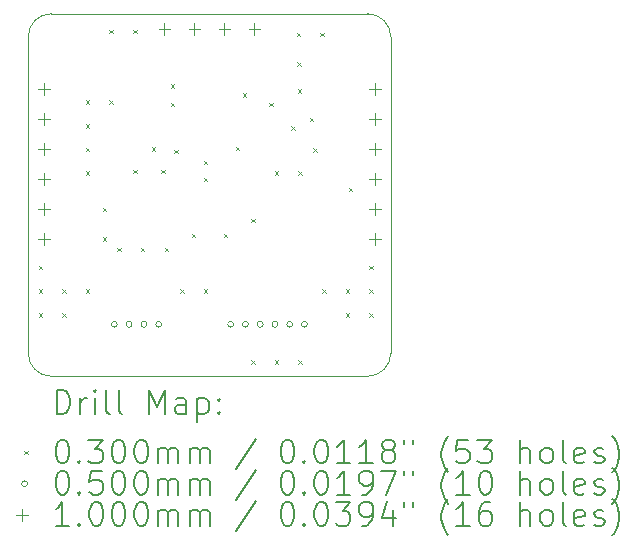
<source format=gbr>
%TF.GenerationSoftware,KiCad,Pcbnew,7.0.1*%
%TF.CreationDate,2023-07-20T02:47:48+02:00*%
%TF.ProjectId,imu_9_axis,696d755f-395f-4617-9869-732e6b696361,rev?*%
%TF.SameCoordinates,Original*%
%TF.FileFunction,Drillmap*%
%TF.FilePolarity,Positive*%
%FSLAX45Y45*%
G04 Gerber Fmt 4.5, Leading zero omitted, Abs format (unit mm)*
G04 Created by KiCad (PCBNEW 7.0.1) date 2023-07-20 02:47:48*
%MOMM*%
%LPD*%
G01*
G04 APERTURE LIST*
%ADD10C,0.100000*%
%ADD11C,0.200000*%
%ADD12C,0.030000*%
%ADD13C,0.050000*%
G04 APERTURE END LIST*
D10*
X12256023Y-4402500D02*
X14933977Y-4402500D01*
X14933977Y-7472500D02*
X12256023Y-7472500D01*
X12060000Y-7276477D02*
X12060000Y-4598523D01*
X15130000Y-4598523D02*
X15130000Y-7276477D01*
X12060000Y-7276477D02*
G75*
G03*
X12256023Y-7472500I196020J-3D01*
G01*
X14933977Y-7472500D02*
G75*
G03*
X15130000Y-7276477I3J196020D01*
G01*
X12256023Y-4402500D02*
G75*
G03*
X12060000Y-4598523I-3J-196020D01*
G01*
X15130000Y-4598523D02*
G75*
G03*
X14933977Y-4402500I-196020J3D01*
G01*
D11*
D12*
X12148016Y-6537000D02*
X12178016Y-6567000D01*
X12178016Y-6537000D02*
X12148016Y-6567000D01*
X12148016Y-6737000D02*
X12178016Y-6767000D01*
X12178016Y-6737000D02*
X12148016Y-6767000D01*
X12148016Y-6937000D02*
X12178016Y-6967000D01*
X12178016Y-6937000D02*
X12148016Y-6967000D01*
X12348016Y-6737000D02*
X12378016Y-6767000D01*
X12378016Y-6737000D02*
X12348016Y-6767000D01*
X12348016Y-6937000D02*
X12378016Y-6967000D01*
X12378016Y-6937000D02*
X12348016Y-6967000D01*
X12548016Y-5137000D02*
X12578016Y-5167000D01*
X12578016Y-5137000D02*
X12548016Y-5167000D01*
X12548016Y-5337000D02*
X12578016Y-5367000D01*
X12578016Y-5337000D02*
X12548016Y-5367000D01*
X12548016Y-5537000D02*
X12578016Y-5567000D01*
X12578016Y-5537000D02*
X12548016Y-5567000D01*
X12548016Y-5737000D02*
X12578016Y-5767000D01*
X12578016Y-5737000D02*
X12548016Y-5767000D01*
X12548016Y-6737000D02*
X12578016Y-6767000D01*
X12578016Y-6737000D02*
X12548016Y-6767000D01*
X12692500Y-6045000D02*
X12722500Y-6075000D01*
X12722500Y-6045000D02*
X12692500Y-6075000D01*
X12692500Y-6295000D02*
X12722500Y-6325000D01*
X12722500Y-6295000D02*
X12692500Y-6325000D01*
X12748016Y-4537000D02*
X12778016Y-4567000D01*
X12778016Y-4537000D02*
X12748016Y-4567000D01*
X12748016Y-5137000D02*
X12778016Y-5167000D01*
X12778016Y-5137000D02*
X12748016Y-5167000D01*
X12815000Y-6385000D02*
X12845000Y-6415000D01*
X12845000Y-6385000D02*
X12815000Y-6415000D01*
X12948016Y-4537000D02*
X12978016Y-4567000D01*
X12978016Y-4537000D02*
X12948016Y-4567000D01*
X12950000Y-5722500D02*
X12980000Y-5752500D01*
X12980000Y-5722500D02*
X12950000Y-5752500D01*
X13015000Y-6385000D02*
X13045000Y-6415000D01*
X13045000Y-6385000D02*
X13015000Y-6415000D01*
X13105000Y-5535000D02*
X13135000Y-5565000D01*
X13135000Y-5535000D02*
X13105000Y-5565000D01*
X13187500Y-5725000D02*
X13217500Y-5755000D01*
X13217500Y-5725000D02*
X13187500Y-5755000D01*
X13215000Y-6385000D02*
X13245000Y-6415000D01*
X13245000Y-6385000D02*
X13215000Y-6415000D01*
X13268750Y-5000000D02*
X13298750Y-5030000D01*
X13298750Y-5000000D02*
X13268750Y-5030000D01*
X13268750Y-5157500D02*
X13298750Y-5187500D01*
X13298750Y-5157500D02*
X13268750Y-5187500D01*
X13297500Y-5555000D02*
X13327500Y-5585000D01*
X13327500Y-5555000D02*
X13297500Y-5585000D01*
X13348016Y-6737000D02*
X13378016Y-6767000D01*
X13378016Y-6737000D02*
X13348016Y-6767000D01*
X13445000Y-6267500D02*
X13475000Y-6297500D01*
X13475000Y-6267500D02*
X13445000Y-6297500D01*
X13545000Y-5647500D02*
X13575000Y-5677500D01*
X13575000Y-5647500D02*
X13545000Y-5677500D01*
X13547500Y-5789950D02*
X13577500Y-5819950D01*
X13577500Y-5789950D02*
X13547500Y-5819950D01*
X13548016Y-6737000D02*
X13578016Y-6767000D01*
X13578016Y-6737000D02*
X13548016Y-6767000D01*
X13715000Y-6267500D02*
X13745000Y-6297500D01*
X13745000Y-6267500D02*
X13715000Y-6297500D01*
X13817500Y-5530000D02*
X13847500Y-5560000D01*
X13847500Y-5530000D02*
X13817500Y-5560000D01*
X13875000Y-5075000D02*
X13905000Y-5105000D01*
X13905000Y-5075000D02*
X13875000Y-5105000D01*
X13948016Y-6137000D02*
X13978016Y-6167000D01*
X13978016Y-6137000D02*
X13948016Y-6167000D01*
X13948016Y-7337000D02*
X13978016Y-7367000D01*
X13978016Y-7337000D02*
X13948016Y-7367000D01*
X14100000Y-5155000D02*
X14130000Y-5185000D01*
X14130000Y-5155000D02*
X14100000Y-5185000D01*
X14148016Y-5737000D02*
X14178016Y-5767000D01*
X14178016Y-5737000D02*
X14148016Y-5767000D01*
X14148016Y-7337000D02*
X14178016Y-7367000D01*
X14178016Y-7337000D02*
X14148016Y-7367000D01*
X14287500Y-5355000D02*
X14317500Y-5385000D01*
X14317500Y-5355000D02*
X14287500Y-5385000D01*
X14335000Y-4565000D02*
X14365000Y-4595000D01*
X14365000Y-4565000D02*
X14335000Y-4595000D01*
X14340000Y-4815000D02*
X14370000Y-4845000D01*
X14370000Y-4815000D02*
X14340000Y-4845000D01*
X14342500Y-5042500D02*
X14372500Y-5072500D01*
X14372500Y-5042500D02*
X14342500Y-5072500D01*
X14348016Y-5737000D02*
X14378016Y-5767000D01*
X14378016Y-5737000D02*
X14348016Y-5767000D01*
X14348016Y-7337000D02*
X14378016Y-7367000D01*
X14378016Y-7337000D02*
X14348016Y-7367000D01*
X14442500Y-5282500D02*
X14472500Y-5312500D01*
X14472500Y-5282500D02*
X14442500Y-5312500D01*
X14475000Y-5542500D02*
X14505000Y-5572500D01*
X14505000Y-5542500D02*
X14475000Y-5572500D01*
X14535000Y-4565000D02*
X14565000Y-4595000D01*
X14565000Y-4565000D02*
X14535000Y-4595000D01*
X14548016Y-6737000D02*
X14578016Y-6767000D01*
X14578016Y-6737000D02*
X14548016Y-6767000D01*
X14748016Y-6737000D02*
X14778016Y-6767000D01*
X14778016Y-6737000D02*
X14748016Y-6767000D01*
X14748016Y-6937000D02*
X14778016Y-6967000D01*
X14778016Y-6937000D02*
X14748016Y-6967000D01*
X14775000Y-5877500D02*
X14805000Y-5907500D01*
X14805000Y-5877500D02*
X14775000Y-5907500D01*
X14948016Y-6537000D02*
X14978016Y-6567000D01*
X14978016Y-6537000D02*
X14948016Y-6567000D01*
X14948016Y-6737000D02*
X14978016Y-6767000D01*
X14978016Y-6737000D02*
X14948016Y-6767000D01*
X14948016Y-6937000D02*
X14978016Y-6967000D01*
X14978016Y-6937000D02*
X14948016Y-6967000D01*
D13*
X12815000Y-7032500D02*
G75*
G03*
X12815000Y-7032500I-25000J0D01*
G01*
X12940000Y-7032500D02*
G75*
G03*
X12940000Y-7032500I-25000J0D01*
G01*
X13065000Y-7032500D02*
G75*
G03*
X13065000Y-7032500I-25000J0D01*
G01*
X13190000Y-7032500D02*
G75*
G03*
X13190000Y-7032500I-25000J0D01*
G01*
X13799500Y-7032500D02*
G75*
G03*
X13799500Y-7032500I-25000J0D01*
G01*
X13924500Y-7032500D02*
G75*
G03*
X13924500Y-7032500I-25000J0D01*
G01*
X14049500Y-7032500D02*
G75*
G03*
X14049500Y-7032500I-25000J0D01*
G01*
X14174500Y-7032500D02*
G75*
G03*
X14174500Y-7032500I-25000J0D01*
G01*
X14299500Y-7032500D02*
G75*
G03*
X14299500Y-7032500I-25000J0D01*
G01*
X14424500Y-7032500D02*
G75*
G03*
X14424500Y-7032500I-25000J0D01*
G01*
D10*
X12195000Y-4992500D02*
X12195000Y-5092500D01*
X12145000Y-5042500D02*
X12245000Y-5042500D01*
X12195000Y-5246500D02*
X12195000Y-5346500D01*
X12145000Y-5296500D02*
X12245000Y-5296500D01*
X12195000Y-5500500D02*
X12195000Y-5600500D01*
X12145000Y-5550500D02*
X12245000Y-5550500D01*
X12195000Y-5754500D02*
X12195000Y-5854500D01*
X12145000Y-5804500D02*
X12245000Y-5804500D01*
X12195000Y-6008500D02*
X12195000Y-6108500D01*
X12145000Y-6058500D02*
X12245000Y-6058500D01*
X12195000Y-6262500D02*
X12195000Y-6362500D01*
X12145000Y-6312500D02*
X12245000Y-6312500D01*
X13214000Y-4484500D02*
X13214000Y-4584500D01*
X13164000Y-4534500D02*
X13264000Y-4534500D01*
X13468000Y-4484500D02*
X13468000Y-4584500D01*
X13418000Y-4534500D02*
X13518000Y-4534500D01*
X13722000Y-4484500D02*
X13722000Y-4584500D01*
X13672000Y-4534500D02*
X13772000Y-4534500D01*
X13976000Y-4484500D02*
X13976000Y-4584500D01*
X13926000Y-4534500D02*
X14026000Y-4534500D01*
X14995000Y-4992500D02*
X14995000Y-5092500D01*
X14945000Y-5042500D02*
X15045000Y-5042500D01*
X14995000Y-5246500D02*
X14995000Y-5346500D01*
X14945000Y-5296500D02*
X15045000Y-5296500D01*
X14995000Y-5500500D02*
X14995000Y-5600500D01*
X14945000Y-5550500D02*
X15045000Y-5550500D01*
X14995000Y-5754500D02*
X14995000Y-5854500D01*
X14945000Y-5804500D02*
X15045000Y-5804500D01*
X14995000Y-6008500D02*
X14995000Y-6108500D01*
X14945000Y-6058500D02*
X15045000Y-6058500D01*
X14995000Y-6262500D02*
X14995000Y-6362500D01*
X14945000Y-6312500D02*
X15045000Y-6312500D01*
D11*
X12302619Y-7790024D02*
X12302619Y-7590024D01*
X12302619Y-7590024D02*
X12350238Y-7590024D01*
X12350238Y-7590024D02*
X12378809Y-7599548D01*
X12378809Y-7599548D02*
X12397857Y-7618595D01*
X12397857Y-7618595D02*
X12407381Y-7637643D01*
X12407381Y-7637643D02*
X12416905Y-7675738D01*
X12416905Y-7675738D02*
X12416905Y-7704309D01*
X12416905Y-7704309D02*
X12407381Y-7742405D01*
X12407381Y-7742405D02*
X12397857Y-7761452D01*
X12397857Y-7761452D02*
X12378809Y-7780500D01*
X12378809Y-7780500D02*
X12350238Y-7790024D01*
X12350238Y-7790024D02*
X12302619Y-7790024D01*
X12502619Y-7790024D02*
X12502619Y-7656690D01*
X12502619Y-7694786D02*
X12512143Y-7675738D01*
X12512143Y-7675738D02*
X12521667Y-7666214D01*
X12521667Y-7666214D02*
X12540714Y-7656690D01*
X12540714Y-7656690D02*
X12559762Y-7656690D01*
X12626428Y-7790024D02*
X12626428Y-7656690D01*
X12626428Y-7590024D02*
X12616905Y-7599548D01*
X12616905Y-7599548D02*
X12626428Y-7609071D01*
X12626428Y-7609071D02*
X12635952Y-7599548D01*
X12635952Y-7599548D02*
X12626428Y-7590024D01*
X12626428Y-7590024D02*
X12626428Y-7609071D01*
X12750238Y-7790024D02*
X12731190Y-7780500D01*
X12731190Y-7780500D02*
X12721667Y-7761452D01*
X12721667Y-7761452D02*
X12721667Y-7590024D01*
X12855000Y-7790024D02*
X12835952Y-7780500D01*
X12835952Y-7780500D02*
X12826428Y-7761452D01*
X12826428Y-7761452D02*
X12826428Y-7590024D01*
X13083571Y-7790024D02*
X13083571Y-7590024D01*
X13083571Y-7590024D02*
X13150238Y-7732881D01*
X13150238Y-7732881D02*
X13216905Y-7590024D01*
X13216905Y-7590024D02*
X13216905Y-7790024D01*
X13397857Y-7790024D02*
X13397857Y-7685262D01*
X13397857Y-7685262D02*
X13388333Y-7666214D01*
X13388333Y-7666214D02*
X13369286Y-7656690D01*
X13369286Y-7656690D02*
X13331190Y-7656690D01*
X13331190Y-7656690D02*
X13312143Y-7666214D01*
X13397857Y-7780500D02*
X13378809Y-7790024D01*
X13378809Y-7790024D02*
X13331190Y-7790024D01*
X13331190Y-7790024D02*
X13312143Y-7780500D01*
X13312143Y-7780500D02*
X13302619Y-7761452D01*
X13302619Y-7761452D02*
X13302619Y-7742405D01*
X13302619Y-7742405D02*
X13312143Y-7723357D01*
X13312143Y-7723357D02*
X13331190Y-7713833D01*
X13331190Y-7713833D02*
X13378809Y-7713833D01*
X13378809Y-7713833D02*
X13397857Y-7704309D01*
X13493095Y-7656690D02*
X13493095Y-7856690D01*
X13493095Y-7666214D02*
X13512143Y-7656690D01*
X13512143Y-7656690D02*
X13550238Y-7656690D01*
X13550238Y-7656690D02*
X13569286Y-7666214D01*
X13569286Y-7666214D02*
X13578809Y-7675738D01*
X13578809Y-7675738D02*
X13588333Y-7694786D01*
X13588333Y-7694786D02*
X13588333Y-7751928D01*
X13588333Y-7751928D02*
X13578809Y-7770976D01*
X13578809Y-7770976D02*
X13569286Y-7780500D01*
X13569286Y-7780500D02*
X13550238Y-7790024D01*
X13550238Y-7790024D02*
X13512143Y-7790024D01*
X13512143Y-7790024D02*
X13493095Y-7780500D01*
X13674048Y-7770976D02*
X13683571Y-7780500D01*
X13683571Y-7780500D02*
X13674048Y-7790024D01*
X13674048Y-7790024D02*
X13664524Y-7780500D01*
X13664524Y-7780500D02*
X13674048Y-7770976D01*
X13674048Y-7770976D02*
X13674048Y-7790024D01*
X13674048Y-7666214D02*
X13683571Y-7675738D01*
X13683571Y-7675738D02*
X13674048Y-7685262D01*
X13674048Y-7685262D02*
X13664524Y-7675738D01*
X13664524Y-7675738D02*
X13674048Y-7666214D01*
X13674048Y-7666214D02*
X13674048Y-7685262D01*
D12*
X12025000Y-8102500D02*
X12055000Y-8132500D01*
X12055000Y-8102500D02*
X12025000Y-8132500D01*
D11*
X12340714Y-8010024D02*
X12359762Y-8010024D01*
X12359762Y-8010024D02*
X12378809Y-8019548D01*
X12378809Y-8019548D02*
X12388333Y-8029071D01*
X12388333Y-8029071D02*
X12397857Y-8048119D01*
X12397857Y-8048119D02*
X12407381Y-8086214D01*
X12407381Y-8086214D02*
X12407381Y-8133833D01*
X12407381Y-8133833D02*
X12397857Y-8171928D01*
X12397857Y-8171928D02*
X12388333Y-8190976D01*
X12388333Y-8190976D02*
X12378809Y-8200500D01*
X12378809Y-8200500D02*
X12359762Y-8210024D01*
X12359762Y-8210024D02*
X12340714Y-8210024D01*
X12340714Y-8210024D02*
X12321667Y-8200500D01*
X12321667Y-8200500D02*
X12312143Y-8190976D01*
X12312143Y-8190976D02*
X12302619Y-8171928D01*
X12302619Y-8171928D02*
X12293095Y-8133833D01*
X12293095Y-8133833D02*
X12293095Y-8086214D01*
X12293095Y-8086214D02*
X12302619Y-8048119D01*
X12302619Y-8048119D02*
X12312143Y-8029071D01*
X12312143Y-8029071D02*
X12321667Y-8019548D01*
X12321667Y-8019548D02*
X12340714Y-8010024D01*
X12493095Y-8190976D02*
X12502619Y-8200500D01*
X12502619Y-8200500D02*
X12493095Y-8210024D01*
X12493095Y-8210024D02*
X12483571Y-8200500D01*
X12483571Y-8200500D02*
X12493095Y-8190976D01*
X12493095Y-8190976D02*
X12493095Y-8210024D01*
X12569286Y-8010024D02*
X12693095Y-8010024D01*
X12693095Y-8010024D02*
X12626428Y-8086214D01*
X12626428Y-8086214D02*
X12655000Y-8086214D01*
X12655000Y-8086214D02*
X12674048Y-8095738D01*
X12674048Y-8095738D02*
X12683571Y-8105262D01*
X12683571Y-8105262D02*
X12693095Y-8124309D01*
X12693095Y-8124309D02*
X12693095Y-8171928D01*
X12693095Y-8171928D02*
X12683571Y-8190976D01*
X12683571Y-8190976D02*
X12674048Y-8200500D01*
X12674048Y-8200500D02*
X12655000Y-8210024D01*
X12655000Y-8210024D02*
X12597857Y-8210024D01*
X12597857Y-8210024D02*
X12578809Y-8200500D01*
X12578809Y-8200500D02*
X12569286Y-8190976D01*
X12816905Y-8010024D02*
X12835952Y-8010024D01*
X12835952Y-8010024D02*
X12855000Y-8019548D01*
X12855000Y-8019548D02*
X12864524Y-8029071D01*
X12864524Y-8029071D02*
X12874048Y-8048119D01*
X12874048Y-8048119D02*
X12883571Y-8086214D01*
X12883571Y-8086214D02*
X12883571Y-8133833D01*
X12883571Y-8133833D02*
X12874048Y-8171928D01*
X12874048Y-8171928D02*
X12864524Y-8190976D01*
X12864524Y-8190976D02*
X12855000Y-8200500D01*
X12855000Y-8200500D02*
X12835952Y-8210024D01*
X12835952Y-8210024D02*
X12816905Y-8210024D01*
X12816905Y-8210024D02*
X12797857Y-8200500D01*
X12797857Y-8200500D02*
X12788333Y-8190976D01*
X12788333Y-8190976D02*
X12778809Y-8171928D01*
X12778809Y-8171928D02*
X12769286Y-8133833D01*
X12769286Y-8133833D02*
X12769286Y-8086214D01*
X12769286Y-8086214D02*
X12778809Y-8048119D01*
X12778809Y-8048119D02*
X12788333Y-8029071D01*
X12788333Y-8029071D02*
X12797857Y-8019548D01*
X12797857Y-8019548D02*
X12816905Y-8010024D01*
X13007381Y-8010024D02*
X13026429Y-8010024D01*
X13026429Y-8010024D02*
X13045476Y-8019548D01*
X13045476Y-8019548D02*
X13055000Y-8029071D01*
X13055000Y-8029071D02*
X13064524Y-8048119D01*
X13064524Y-8048119D02*
X13074048Y-8086214D01*
X13074048Y-8086214D02*
X13074048Y-8133833D01*
X13074048Y-8133833D02*
X13064524Y-8171928D01*
X13064524Y-8171928D02*
X13055000Y-8190976D01*
X13055000Y-8190976D02*
X13045476Y-8200500D01*
X13045476Y-8200500D02*
X13026429Y-8210024D01*
X13026429Y-8210024D02*
X13007381Y-8210024D01*
X13007381Y-8210024D02*
X12988333Y-8200500D01*
X12988333Y-8200500D02*
X12978809Y-8190976D01*
X12978809Y-8190976D02*
X12969286Y-8171928D01*
X12969286Y-8171928D02*
X12959762Y-8133833D01*
X12959762Y-8133833D02*
X12959762Y-8086214D01*
X12959762Y-8086214D02*
X12969286Y-8048119D01*
X12969286Y-8048119D02*
X12978809Y-8029071D01*
X12978809Y-8029071D02*
X12988333Y-8019548D01*
X12988333Y-8019548D02*
X13007381Y-8010024D01*
X13159762Y-8210024D02*
X13159762Y-8076690D01*
X13159762Y-8095738D02*
X13169286Y-8086214D01*
X13169286Y-8086214D02*
X13188333Y-8076690D01*
X13188333Y-8076690D02*
X13216905Y-8076690D01*
X13216905Y-8076690D02*
X13235952Y-8086214D01*
X13235952Y-8086214D02*
X13245476Y-8105262D01*
X13245476Y-8105262D02*
X13245476Y-8210024D01*
X13245476Y-8105262D02*
X13255000Y-8086214D01*
X13255000Y-8086214D02*
X13274048Y-8076690D01*
X13274048Y-8076690D02*
X13302619Y-8076690D01*
X13302619Y-8076690D02*
X13321667Y-8086214D01*
X13321667Y-8086214D02*
X13331190Y-8105262D01*
X13331190Y-8105262D02*
X13331190Y-8210024D01*
X13426429Y-8210024D02*
X13426429Y-8076690D01*
X13426429Y-8095738D02*
X13435952Y-8086214D01*
X13435952Y-8086214D02*
X13455000Y-8076690D01*
X13455000Y-8076690D02*
X13483571Y-8076690D01*
X13483571Y-8076690D02*
X13502619Y-8086214D01*
X13502619Y-8086214D02*
X13512143Y-8105262D01*
X13512143Y-8105262D02*
X13512143Y-8210024D01*
X13512143Y-8105262D02*
X13521667Y-8086214D01*
X13521667Y-8086214D02*
X13540714Y-8076690D01*
X13540714Y-8076690D02*
X13569286Y-8076690D01*
X13569286Y-8076690D02*
X13588333Y-8086214D01*
X13588333Y-8086214D02*
X13597857Y-8105262D01*
X13597857Y-8105262D02*
X13597857Y-8210024D01*
X13988333Y-8000500D02*
X13816905Y-8257643D01*
X14245476Y-8010024D02*
X14264524Y-8010024D01*
X14264524Y-8010024D02*
X14283572Y-8019548D01*
X14283572Y-8019548D02*
X14293095Y-8029071D01*
X14293095Y-8029071D02*
X14302619Y-8048119D01*
X14302619Y-8048119D02*
X14312143Y-8086214D01*
X14312143Y-8086214D02*
X14312143Y-8133833D01*
X14312143Y-8133833D02*
X14302619Y-8171928D01*
X14302619Y-8171928D02*
X14293095Y-8190976D01*
X14293095Y-8190976D02*
X14283572Y-8200500D01*
X14283572Y-8200500D02*
X14264524Y-8210024D01*
X14264524Y-8210024D02*
X14245476Y-8210024D01*
X14245476Y-8210024D02*
X14226429Y-8200500D01*
X14226429Y-8200500D02*
X14216905Y-8190976D01*
X14216905Y-8190976D02*
X14207381Y-8171928D01*
X14207381Y-8171928D02*
X14197857Y-8133833D01*
X14197857Y-8133833D02*
X14197857Y-8086214D01*
X14197857Y-8086214D02*
X14207381Y-8048119D01*
X14207381Y-8048119D02*
X14216905Y-8029071D01*
X14216905Y-8029071D02*
X14226429Y-8019548D01*
X14226429Y-8019548D02*
X14245476Y-8010024D01*
X14397857Y-8190976D02*
X14407381Y-8200500D01*
X14407381Y-8200500D02*
X14397857Y-8210024D01*
X14397857Y-8210024D02*
X14388333Y-8200500D01*
X14388333Y-8200500D02*
X14397857Y-8190976D01*
X14397857Y-8190976D02*
X14397857Y-8210024D01*
X14531191Y-8010024D02*
X14550238Y-8010024D01*
X14550238Y-8010024D02*
X14569286Y-8019548D01*
X14569286Y-8019548D02*
X14578810Y-8029071D01*
X14578810Y-8029071D02*
X14588333Y-8048119D01*
X14588333Y-8048119D02*
X14597857Y-8086214D01*
X14597857Y-8086214D02*
X14597857Y-8133833D01*
X14597857Y-8133833D02*
X14588333Y-8171928D01*
X14588333Y-8171928D02*
X14578810Y-8190976D01*
X14578810Y-8190976D02*
X14569286Y-8200500D01*
X14569286Y-8200500D02*
X14550238Y-8210024D01*
X14550238Y-8210024D02*
X14531191Y-8210024D01*
X14531191Y-8210024D02*
X14512143Y-8200500D01*
X14512143Y-8200500D02*
X14502619Y-8190976D01*
X14502619Y-8190976D02*
X14493095Y-8171928D01*
X14493095Y-8171928D02*
X14483572Y-8133833D01*
X14483572Y-8133833D02*
X14483572Y-8086214D01*
X14483572Y-8086214D02*
X14493095Y-8048119D01*
X14493095Y-8048119D02*
X14502619Y-8029071D01*
X14502619Y-8029071D02*
X14512143Y-8019548D01*
X14512143Y-8019548D02*
X14531191Y-8010024D01*
X14788333Y-8210024D02*
X14674048Y-8210024D01*
X14731191Y-8210024D02*
X14731191Y-8010024D01*
X14731191Y-8010024D02*
X14712143Y-8038595D01*
X14712143Y-8038595D02*
X14693095Y-8057643D01*
X14693095Y-8057643D02*
X14674048Y-8067167D01*
X14978810Y-8210024D02*
X14864524Y-8210024D01*
X14921667Y-8210024D02*
X14921667Y-8010024D01*
X14921667Y-8010024D02*
X14902619Y-8038595D01*
X14902619Y-8038595D02*
X14883572Y-8057643D01*
X14883572Y-8057643D02*
X14864524Y-8067167D01*
X15093095Y-8095738D02*
X15074048Y-8086214D01*
X15074048Y-8086214D02*
X15064524Y-8076690D01*
X15064524Y-8076690D02*
X15055000Y-8057643D01*
X15055000Y-8057643D02*
X15055000Y-8048119D01*
X15055000Y-8048119D02*
X15064524Y-8029071D01*
X15064524Y-8029071D02*
X15074048Y-8019548D01*
X15074048Y-8019548D02*
X15093095Y-8010024D01*
X15093095Y-8010024D02*
X15131191Y-8010024D01*
X15131191Y-8010024D02*
X15150238Y-8019548D01*
X15150238Y-8019548D02*
X15159762Y-8029071D01*
X15159762Y-8029071D02*
X15169286Y-8048119D01*
X15169286Y-8048119D02*
X15169286Y-8057643D01*
X15169286Y-8057643D02*
X15159762Y-8076690D01*
X15159762Y-8076690D02*
X15150238Y-8086214D01*
X15150238Y-8086214D02*
X15131191Y-8095738D01*
X15131191Y-8095738D02*
X15093095Y-8095738D01*
X15093095Y-8095738D02*
X15074048Y-8105262D01*
X15074048Y-8105262D02*
X15064524Y-8114786D01*
X15064524Y-8114786D02*
X15055000Y-8133833D01*
X15055000Y-8133833D02*
X15055000Y-8171928D01*
X15055000Y-8171928D02*
X15064524Y-8190976D01*
X15064524Y-8190976D02*
X15074048Y-8200500D01*
X15074048Y-8200500D02*
X15093095Y-8210024D01*
X15093095Y-8210024D02*
X15131191Y-8210024D01*
X15131191Y-8210024D02*
X15150238Y-8200500D01*
X15150238Y-8200500D02*
X15159762Y-8190976D01*
X15159762Y-8190976D02*
X15169286Y-8171928D01*
X15169286Y-8171928D02*
X15169286Y-8133833D01*
X15169286Y-8133833D02*
X15159762Y-8114786D01*
X15159762Y-8114786D02*
X15150238Y-8105262D01*
X15150238Y-8105262D02*
X15131191Y-8095738D01*
X15245476Y-8010024D02*
X15245476Y-8048119D01*
X15321667Y-8010024D02*
X15321667Y-8048119D01*
X15616905Y-8286214D02*
X15607381Y-8276690D01*
X15607381Y-8276690D02*
X15588334Y-8248119D01*
X15588334Y-8248119D02*
X15578810Y-8229071D01*
X15578810Y-8229071D02*
X15569286Y-8200500D01*
X15569286Y-8200500D02*
X15559762Y-8152881D01*
X15559762Y-8152881D02*
X15559762Y-8114786D01*
X15559762Y-8114786D02*
X15569286Y-8067167D01*
X15569286Y-8067167D02*
X15578810Y-8038595D01*
X15578810Y-8038595D02*
X15588334Y-8019548D01*
X15588334Y-8019548D02*
X15607381Y-7990976D01*
X15607381Y-7990976D02*
X15616905Y-7981452D01*
X15788334Y-8010024D02*
X15693095Y-8010024D01*
X15693095Y-8010024D02*
X15683572Y-8105262D01*
X15683572Y-8105262D02*
X15693095Y-8095738D01*
X15693095Y-8095738D02*
X15712143Y-8086214D01*
X15712143Y-8086214D02*
X15759762Y-8086214D01*
X15759762Y-8086214D02*
X15778810Y-8095738D01*
X15778810Y-8095738D02*
X15788334Y-8105262D01*
X15788334Y-8105262D02*
X15797857Y-8124309D01*
X15797857Y-8124309D02*
X15797857Y-8171928D01*
X15797857Y-8171928D02*
X15788334Y-8190976D01*
X15788334Y-8190976D02*
X15778810Y-8200500D01*
X15778810Y-8200500D02*
X15759762Y-8210024D01*
X15759762Y-8210024D02*
X15712143Y-8210024D01*
X15712143Y-8210024D02*
X15693095Y-8200500D01*
X15693095Y-8200500D02*
X15683572Y-8190976D01*
X15864524Y-8010024D02*
X15988334Y-8010024D01*
X15988334Y-8010024D02*
X15921667Y-8086214D01*
X15921667Y-8086214D02*
X15950238Y-8086214D01*
X15950238Y-8086214D02*
X15969286Y-8095738D01*
X15969286Y-8095738D02*
X15978810Y-8105262D01*
X15978810Y-8105262D02*
X15988334Y-8124309D01*
X15988334Y-8124309D02*
X15988334Y-8171928D01*
X15988334Y-8171928D02*
X15978810Y-8190976D01*
X15978810Y-8190976D02*
X15969286Y-8200500D01*
X15969286Y-8200500D02*
X15950238Y-8210024D01*
X15950238Y-8210024D02*
X15893095Y-8210024D01*
X15893095Y-8210024D02*
X15874048Y-8200500D01*
X15874048Y-8200500D02*
X15864524Y-8190976D01*
X16226429Y-8210024D02*
X16226429Y-8010024D01*
X16312143Y-8210024D02*
X16312143Y-8105262D01*
X16312143Y-8105262D02*
X16302619Y-8086214D01*
X16302619Y-8086214D02*
X16283572Y-8076690D01*
X16283572Y-8076690D02*
X16255000Y-8076690D01*
X16255000Y-8076690D02*
X16235953Y-8086214D01*
X16235953Y-8086214D02*
X16226429Y-8095738D01*
X16435953Y-8210024D02*
X16416905Y-8200500D01*
X16416905Y-8200500D02*
X16407381Y-8190976D01*
X16407381Y-8190976D02*
X16397857Y-8171928D01*
X16397857Y-8171928D02*
X16397857Y-8114786D01*
X16397857Y-8114786D02*
X16407381Y-8095738D01*
X16407381Y-8095738D02*
X16416905Y-8086214D01*
X16416905Y-8086214D02*
X16435953Y-8076690D01*
X16435953Y-8076690D02*
X16464524Y-8076690D01*
X16464524Y-8076690D02*
X16483572Y-8086214D01*
X16483572Y-8086214D02*
X16493096Y-8095738D01*
X16493096Y-8095738D02*
X16502619Y-8114786D01*
X16502619Y-8114786D02*
X16502619Y-8171928D01*
X16502619Y-8171928D02*
X16493096Y-8190976D01*
X16493096Y-8190976D02*
X16483572Y-8200500D01*
X16483572Y-8200500D02*
X16464524Y-8210024D01*
X16464524Y-8210024D02*
X16435953Y-8210024D01*
X16616905Y-8210024D02*
X16597857Y-8200500D01*
X16597857Y-8200500D02*
X16588334Y-8181452D01*
X16588334Y-8181452D02*
X16588334Y-8010024D01*
X16769286Y-8200500D02*
X16750238Y-8210024D01*
X16750238Y-8210024D02*
X16712143Y-8210024D01*
X16712143Y-8210024D02*
X16693096Y-8200500D01*
X16693096Y-8200500D02*
X16683572Y-8181452D01*
X16683572Y-8181452D02*
X16683572Y-8105262D01*
X16683572Y-8105262D02*
X16693096Y-8086214D01*
X16693096Y-8086214D02*
X16712143Y-8076690D01*
X16712143Y-8076690D02*
X16750238Y-8076690D01*
X16750238Y-8076690D02*
X16769286Y-8086214D01*
X16769286Y-8086214D02*
X16778810Y-8105262D01*
X16778810Y-8105262D02*
X16778810Y-8124309D01*
X16778810Y-8124309D02*
X16683572Y-8143357D01*
X16855000Y-8200500D02*
X16874048Y-8210024D01*
X16874048Y-8210024D02*
X16912143Y-8210024D01*
X16912143Y-8210024D02*
X16931191Y-8200500D01*
X16931191Y-8200500D02*
X16940715Y-8181452D01*
X16940715Y-8181452D02*
X16940715Y-8171928D01*
X16940715Y-8171928D02*
X16931191Y-8152881D01*
X16931191Y-8152881D02*
X16912143Y-8143357D01*
X16912143Y-8143357D02*
X16883572Y-8143357D01*
X16883572Y-8143357D02*
X16864524Y-8133833D01*
X16864524Y-8133833D02*
X16855000Y-8114786D01*
X16855000Y-8114786D02*
X16855000Y-8105262D01*
X16855000Y-8105262D02*
X16864524Y-8086214D01*
X16864524Y-8086214D02*
X16883572Y-8076690D01*
X16883572Y-8076690D02*
X16912143Y-8076690D01*
X16912143Y-8076690D02*
X16931191Y-8086214D01*
X17007381Y-8286214D02*
X17016905Y-8276690D01*
X17016905Y-8276690D02*
X17035953Y-8248119D01*
X17035953Y-8248119D02*
X17045477Y-8229071D01*
X17045477Y-8229071D02*
X17055000Y-8200500D01*
X17055000Y-8200500D02*
X17064524Y-8152881D01*
X17064524Y-8152881D02*
X17064524Y-8114786D01*
X17064524Y-8114786D02*
X17055000Y-8067167D01*
X17055000Y-8067167D02*
X17045477Y-8038595D01*
X17045477Y-8038595D02*
X17035953Y-8019548D01*
X17035953Y-8019548D02*
X17016905Y-7990976D01*
X17016905Y-7990976D02*
X17007381Y-7981452D01*
D13*
X12055000Y-8381500D02*
G75*
G03*
X12055000Y-8381500I-25000J0D01*
G01*
D11*
X12340714Y-8274024D02*
X12359762Y-8274024D01*
X12359762Y-8274024D02*
X12378809Y-8283548D01*
X12378809Y-8283548D02*
X12388333Y-8293071D01*
X12388333Y-8293071D02*
X12397857Y-8312119D01*
X12397857Y-8312119D02*
X12407381Y-8350214D01*
X12407381Y-8350214D02*
X12407381Y-8397833D01*
X12407381Y-8397833D02*
X12397857Y-8435929D01*
X12397857Y-8435929D02*
X12388333Y-8454976D01*
X12388333Y-8454976D02*
X12378809Y-8464500D01*
X12378809Y-8464500D02*
X12359762Y-8474024D01*
X12359762Y-8474024D02*
X12340714Y-8474024D01*
X12340714Y-8474024D02*
X12321667Y-8464500D01*
X12321667Y-8464500D02*
X12312143Y-8454976D01*
X12312143Y-8454976D02*
X12302619Y-8435929D01*
X12302619Y-8435929D02*
X12293095Y-8397833D01*
X12293095Y-8397833D02*
X12293095Y-8350214D01*
X12293095Y-8350214D02*
X12302619Y-8312119D01*
X12302619Y-8312119D02*
X12312143Y-8293071D01*
X12312143Y-8293071D02*
X12321667Y-8283548D01*
X12321667Y-8283548D02*
X12340714Y-8274024D01*
X12493095Y-8454976D02*
X12502619Y-8464500D01*
X12502619Y-8464500D02*
X12493095Y-8474024D01*
X12493095Y-8474024D02*
X12483571Y-8464500D01*
X12483571Y-8464500D02*
X12493095Y-8454976D01*
X12493095Y-8454976D02*
X12493095Y-8474024D01*
X12683571Y-8274024D02*
X12588333Y-8274024D01*
X12588333Y-8274024D02*
X12578809Y-8369262D01*
X12578809Y-8369262D02*
X12588333Y-8359738D01*
X12588333Y-8359738D02*
X12607381Y-8350214D01*
X12607381Y-8350214D02*
X12655000Y-8350214D01*
X12655000Y-8350214D02*
X12674048Y-8359738D01*
X12674048Y-8359738D02*
X12683571Y-8369262D01*
X12683571Y-8369262D02*
X12693095Y-8388309D01*
X12693095Y-8388309D02*
X12693095Y-8435929D01*
X12693095Y-8435929D02*
X12683571Y-8454976D01*
X12683571Y-8454976D02*
X12674048Y-8464500D01*
X12674048Y-8464500D02*
X12655000Y-8474024D01*
X12655000Y-8474024D02*
X12607381Y-8474024D01*
X12607381Y-8474024D02*
X12588333Y-8464500D01*
X12588333Y-8464500D02*
X12578809Y-8454976D01*
X12816905Y-8274024D02*
X12835952Y-8274024D01*
X12835952Y-8274024D02*
X12855000Y-8283548D01*
X12855000Y-8283548D02*
X12864524Y-8293071D01*
X12864524Y-8293071D02*
X12874048Y-8312119D01*
X12874048Y-8312119D02*
X12883571Y-8350214D01*
X12883571Y-8350214D02*
X12883571Y-8397833D01*
X12883571Y-8397833D02*
X12874048Y-8435929D01*
X12874048Y-8435929D02*
X12864524Y-8454976D01*
X12864524Y-8454976D02*
X12855000Y-8464500D01*
X12855000Y-8464500D02*
X12835952Y-8474024D01*
X12835952Y-8474024D02*
X12816905Y-8474024D01*
X12816905Y-8474024D02*
X12797857Y-8464500D01*
X12797857Y-8464500D02*
X12788333Y-8454976D01*
X12788333Y-8454976D02*
X12778809Y-8435929D01*
X12778809Y-8435929D02*
X12769286Y-8397833D01*
X12769286Y-8397833D02*
X12769286Y-8350214D01*
X12769286Y-8350214D02*
X12778809Y-8312119D01*
X12778809Y-8312119D02*
X12788333Y-8293071D01*
X12788333Y-8293071D02*
X12797857Y-8283548D01*
X12797857Y-8283548D02*
X12816905Y-8274024D01*
X13007381Y-8274024D02*
X13026429Y-8274024D01*
X13026429Y-8274024D02*
X13045476Y-8283548D01*
X13045476Y-8283548D02*
X13055000Y-8293071D01*
X13055000Y-8293071D02*
X13064524Y-8312119D01*
X13064524Y-8312119D02*
X13074048Y-8350214D01*
X13074048Y-8350214D02*
X13074048Y-8397833D01*
X13074048Y-8397833D02*
X13064524Y-8435929D01*
X13064524Y-8435929D02*
X13055000Y-8454976D01*
X13055000Y-8454976D02*
X13045476Y-8464500D01*
X13045476Y-8464500D02*
X13026429Y-8474024D01*
X13026429Y-8474024D02*
X13007381Y-8474024D01*
X13007381Y-8474024D02*
X12988333Y-8464500D01*
X12988333Y-8464500D02*
X12978809Y-8454976D01*
X12978809Y-8454976D02*
X12969286Y-8435929D01*
X12969286Y-8435929D02*
X12959762Y-8397833D01*
X12959762Y-8397833D02*
X12959762Y-8350214D01*
X12959762Y-8350214D02*
X12969286Y-8312119D01*
X12969286Y-8312119D02*
X12978809Y-8293071D01*
X12978809Y-8293071D02*
X12988333Y-8283548D01*
X12988333Y-8283548D02*
X13007381Y-8274024D01*
X13159762Y-8474024D02*
X13159762Y-8340690D01*
X13159762Y-8359738D02*
X13169286Y-8350214D01*
X13169286Y-8350214D02*
X13188333Y-8340690D01*
X13188333Y-8340690D02*
X13216905Y-8340690D01*
X13216905Y-8340690D02*
X13235952Y-8350214D01*
X13235952Y-8350214D02*
X13245476Y-8369262D01*
X13245476Y-8369262D02*
X13245476Y-8474024D01*
X13245476Y-8369262D02*
X13255000Y-8350214D01*
X13255000Y-8350214D02*
X13274048Y-8340690D01*
X13274048Y-8340690D02*
X13302619Y-8340690D01*
X13302619Y-8340690D02*
X13321667Y-8350214D01*
X13321667Y-8350214D02*
X13331190Y-8369262D01*
X13331190Y-8369262D02*
X13331190Y-8474024D01*
X13426429Y-8474024D02*
X13426429Y-8340690D01*
X13426429Y-8359738D02*
X13435952Y-8350214D01*
X13435952Y-8350214D02*
X13455000Y-8340690D01*
X13455000Y-8340690D02*
X13483571Y-8340690D01*
X13483571Y-8340690D02*
X13502619Y-8350214D01*
X13502619Y-8350214D02*
X13512143Y-8369262D01*
X13512143Y-8369262D02*
X13512143Y-8474024D01*
X13512143Y-8369262D02*
X13521667Y-8350214D01*
X13521667Y-8350214D02*
X13540714Y-8340690D01*
X13540714Y-8340690D02*
X13569286Y-8340690D01*
X13569286Y-8340690D02*
X13588333Y-8350214D01*
X13588333Y-8350214D02*
X13597857Y-8369262D01*
X13597857Y-8369262D02*
X13597857Y-8474024D01*
X13988333Y-8264500D02*
X13816905Y-8521643D01*
X14245476Y-8274024D02*
X14264524Y-8274024D01*
X14264524Y-8274024D02*
X14283572Y-8283548D01*
X14283572Y-8283548D02*
X14293095Y-8293071D01*
X14293095Y-8293071D02*
X14302619Y-8312119D01*
X14302619Y-8312119D02*
X14312143Y-8350214D01*
X14312143Y-8350214D02*
X14312143Y-8397833D01*
X14312143Y-8397833D02*
X14302619Y-8435929D01*
X14302619Y-8435929D02*
X14293095Y-8454976D01*
X14293095Y-8454976D02*
X14283572Y-8464500D01*
X14283572Y-8464500D02*
X14264524Y-8474024D01*
X14264524Y-8474024D02*
X14245476Y-8474024D01*
X14245476Y-8474024D02*
X14226429Y-8464500D01*
X14226429Y-8464500D02*
X14216905Y-8454976D01*
X14216905Y-8454976D02*
X14207381Y-8435929D01*
X14207381Y-8435929D02*
X14197857Y-8397833D01*
X14197857Y-8397833D02*
X14197857Y-8350214D01*
X14197857Y-8350214D02*
X14207381Y-8312119D01*
X14207381Y-8312119D02*
X14216905Y-8293071D01*
X14216905Y-8293071D02*
X14226429Y-8283548D01*
X14226429Y-8283548D02*
X14245476Y-8274024D01*
X14397857Y-8454976D02*
X14407381Y-8464500D01*
X14407381Y-8464500D02*
X14397857Y-8474024D01*
X14397857Y-8474024D02*
X14388333Y-8464500D01*
X14388333Y-8464500D02*
X14397857Y-8454976D01*
X14397857Y-8454976D02*
X14397857Y-8474024D01*
X14531191Y-8274024D02*
X14550238Y-8274024D01*
X14550238Y-8274024D02*
X14569286Y-8283548D01*
X14569286Y-8283548D02*
X14578810Y-8293071D01*
X14578810Y-8293071D02*
X14588333Y-8312119D01*
X14588333Y-8312119D02*
X14597857Y-8350214D01*
X14597857Y-8350214D02*
X14597857Y-8397833D01*
X14597857Y-8397833D02*
X14588333Y-8435929D01*
X14588333Y-8435929D02*
X14578810Y-8454976D01*
X14578810Y-8454976D02*
X14569286Y-8464500D01*
X14569286Y-8464500D02*
X14550238Y-8474024D01*
X14550238Y-8474024D02*
X14531191Y-8474024D01*
X14531191Y-8474024D02*
X14512143Y-8464500D01*
X14512143Y-8464500D02*
X14502619Y-8454976D01*
X14502619Y-8454976D02*
X14493095Y-8435929D01*
X14493095Y-8435929D02*
X14483572Y-8397833D01*
X14483572Y-8397833D02*
X14483572Y-8350214D01*
X14483572Y-8350214D02*
X14493095Y-8312119D01*
X14493095Y-8312119D02*
X14502619Y-8293071D01*
X14502619Y-8293071D02*
X14512143Y-8283548D01*
X14512143Y-8283548D02*
X14531191Y-8274024D01*
X14788333Y-8474024D02*
X14674048Y-8474024D01*
X14731191Y-8474024D02*
X14731191Y-8274024D01*
X14731191Y-8274024D02*
X14712143Y-8302595D01*
X14712143Y-8302595D02*
X14693095Y-8321643D01*
X14693095Y-8321643D02*
X14674048Y-8331167D01*
X14883572Y-8474024D02*
X14921667Y-8474024D01*
X14921667Y-8474024D02*
X14940714Y-8464500D01*
X14940714Y-8464500D02*
X14950238Y-8454976D01*
X14950238Y-8454976D02*
X14969286Y-8426405D01*
X14969286Y-8426405D02*
X14978810Y-8388309D01*
X14978810Y-8388309D02*
X14978810Y-8312119D01*
X14978810Y-8312119D02*
X14969286Y-8293071D01*
X14969286Y-8293071D02*
X14959762Y-8283548D01*
X14959762Y-8283548D02*
X14940714Y-8274024D01*
X14940714Y-8274024D02*
X14902619Y-8274024D01*
X14902619Y-8274024D02*
X14883572Y-8283548D01*
X14883572Y-8283548D02*
X14874048Y-8293071D01*
X14874048Y-8293071D02*
X14864524Y-8312119D01*
X14864524Y-8312119D02*
X14864524Y-8359738D01*
X14864524Y-8359738D02*
X14874048Y-8378786D01*
X14874048Y-8378786D02*
X14883572Y-8388309D01*
X14883572Y-8388309D02*
X14902619Y-8397833D01*
X14902619Y-8397833D02*
X14940714Y-8397833D01*
X14940714Y-8397833D02*
X14959762Y-8388309D01*
X14959762Y-8388309D02*
X14969286Y-8378786D01*
X14969286Y-8378786D02*
X14978810Y-8359738D01*
X15045476Y-8274024D02*
X15178810Y-8274024D01*
X15178810Y-8274024D02*
X15093095Y-8474024D01*
X15245476Y-8274024D02*
X15245476Y-8312119D01*
X15321667Y-8274024D02*
X15321667Y-8312119D01*
X15616905Y-8550214D02*
X15607381Y-8540690D01*
X15607381Y-8540690D02*
X15588334Y-8512119D01*
X15588334Y-8512119D02*
X15578810Y-8493071D01*
X15578810Y-8493071D02*
X15569286Y-8464500D01*
X15569286Y-8464500D02*
X15559762Y-8416881D01*
X15559762Y-8416881D02*
X15559762Y-8378786D01*
X15559762Y-8378786D02*
X15569286Y-8331167D01*
X15569286Y-8331167D02*
X15578810Y-8302595D01*
X15578810Y-8302595D02*
X15588334Y-8283548D01*
X15588334Y-8283548D02*
X15607381Y-8254976D01*
X15607381Y-8254976D02*
X15616905Y-8245452D01*
X15797857Y-8474024D02*
X15683572Y-8474024D01*
X15740714Y-8474024D02*
X15740714Y-8274024D01*
X15740714Y-8274024D02*
X15721667Y-8302595D01*
X15721667Y-8302595D02*
X15702619Y-8321643D01*
X15702619Y-8321643D02*
X15683572Y-8331167D01*
X15921667Y-8274024D02*
X15940715Y-8274024D01*
X15940715Y-8274024D02*
X15959762Y-8283548D01*
X15959762Y-8283548D02*
X15969286Y-8293071D01*
X15969286Y-8293071D02*
X15978810Y-8312119D01*
X15978810Y-8312119D02*
X15988334Y-8350214D01*
X15988334Y-8350214D02*
X15988334Y-8397833D01*
X15988334Y-8397833D02*
X15978810Y-8435929D01*
X15978810Y-8435929D02*
X15969286Y-8454976D01*
X15969286Y-8454976D02*
X15959762Y-8464500D01*
X15959762Y-8464500D02*
X15940715Y-8474024D01*
X15940715Y-8474024D02*
X15921667Y-8474024D01*
X15921667Y-8474024D02*
X15902619Y-8464500D01*
X15902619Y-8464500D02*
X15893095Y-8454976D01*
X15893095Y-8454976D02*
X15883572Y-8435929D01*
X15883572Y-8435929D02*
X15874048Y-8397833D01*
X15874048Y-8397833D02*
X15874048Y-8350214D01*
X15874048Y-8350214D02*
X15883572Y-8312119D01*
X15883572Y-8312119D02*
X15893095Y-8293071D01*
X15893095Y-8293071D02*
X15902619Y-8283548D01*
X15902619Y-8283548D02*
X15921667Y-8274024D01*
X16226429Y-8474024D02*
X16226429Y-8274024D01*
X16312143Y-8474024D02*
X16312143Y-8369262D01*
X16312143Y-8369262D02*
X16302619Y-8350214D01*
X16302619Y-8350214D02*
X16283572Y-8340690D01*
X16283572Y-8340690D02*
X16255000Y-8340690D01*
X16255000Y-8340690D02*
X16235953Y-8350214D01*
X16235953Y-8350214D02*
X16226429Y-8359738D01*
X16435953Y-8474024D02*
X16416905Y-8464500D01*
X16416905Y-8464500D02*
X16407381Y-8454976D01*
X16407381Y-8454976D02*
X16397857Y-8435929D01*
X16397857Y-8435929D02*
X16397857Y-8378786D01*
X16397857Y-8378786D02*
X16407381Y-8359738D01*
X16407381Y-8359738D02*
X16416905Y-8350214D01*
X16416905Y-8350214D02*
X16435953Y-8340690D01*
X16435953Y-8340690D02*
X16464524Y-8340690D01*
X16464524Y-8340690D02*
X16483572Y-8350214D01*
X16483572Y-8350214D02*
X16493096Y-8359738D01*
X16493096Y-8359738D02*
X16502619Y-8378786D01*
X16502619Y-8378786D02*
X16502619Y-8435929D01*
X16502619Y-8435929D02*
X16493096Y-8454976D01*
X16493096Y-8454976D02*
X16483572Y-8464500D01*
X16483572Y-8464500D02*
X16464524Y-8474024D01*
X16464524Y-8474024D02*
X16435953Y-8474024D01*
X16616905Y-8474024D02*
X16597857Y-8464500D01*
X16597857Y-8464500D02*
X16588334Y-8445452D01*
X16588334Y-8445452D02*
X16588334Y-8274024D01*
X16769286Y-8464500D02*
X16750238Y-8474024D01*
X16750238Y-8474024D02*
X16712143Y-8474024D01*
X16712143Y-8474024D02*
X16693096Y-8464500D01*
X16693096Y-8464500D02*
X16683572Y-8445452D01*
X16683572Y-8445452D02*
X16683572Y-8369262D01*
X16683572Y-8369262D02*
X16693096Y-8350214D01*
X16693096Y-8350214D02*
X16712143Y-8340690D01*
X16712143Y-8340690D02*
X16750238Y-8340690D01*
X16750238Y-8340690D02*
X16769286Y-8350214D01*
X16769286Y-8350214D02*
X16778810Y-8369262D01*
X16778810Y-8369262D02*
X16778810Y-8388309D01*
X16778810Y-8388309D02*
X16683572Y-8407357D01*
X16855000Y-8464500D02*
X16874048Y-8474024D01*
X16874048Y-8474024D02*
X16912143Y-8474024D01*
X16912143Y-8474024D02*
X16931191Y-8464500D01*
X16931191Y-8464500D02*
X16940715Y-8445452D01*
X16940715Y-8445452D02*
X16940715Y-8435929D01*
X16940715Y-8435929D02*
X16931191Y-8416881D01*
X16931191Y-8416881D02*
X16912143Y-8407357D01*
X16912143Y-8407357D02*
X16883572Y-8407357D01*
X16883572Y-8407357D02*
X16864524Y-8397833D01*
X16864524Y-8397833D02*
X16855000Y-8378786D01*
X16855000Y-8378786D02*
X16855000Y-8369262D01*
X16855000Y-8369262D02*
X16864524Y-8350214D01*
X16864524Y-8350214D02*
X16883572Y-8340690D01*
X16883572Y-8340690D02*
X16912143Y-8340690D01*
X16912143Y-8340690D02*
X16931191Y-8350214D01*
X17007381Y-8550214D02*
X17016905Y-8540690D01*
X17016905Y-8540690D02*
X17035953Y-8512119D01*
X17035953Y-8512119D02*
X17045477Y-8493071D01*
X17045477Y-8493071D02*
X17055000Y-8464500D01*
X17055000Y-8464500D02*
X17064524Y-8416881D01*
X17064524Y-8416881D02*
X17064524Y-8378786D01*
X17064524Y-8378786D02*
X17055000Y-8331167D01*
X17055000Y-8331167D02*
X17045477Y-8302595D01*
X17045477Y-8302595D02*
X17035953Y-8283548D01*
X17035953Y-8283548D02*
X17016905Y-8254976D01*
X17016905Y-8254976D02*
X17007381Y-8245452D01*
D10*
X12005000Y-8595500D02*
X12005000Y-8695500D01*
X11955000Y-8645500D02*
X12055000Y-8645500D01*
D11*
X12407381Y-8738024D02*
X12293095Y-8738024D01*
X12350238Y-8738024D02*
X12350238Y-8538024D01*
X12350238Y-8538024D02*
X12331190Y-8566595D01*
X12331190Y-8566595D02*
X12312143Y-8585643D01*
X12312143Y-8585643D02*
X12293095Y-8595167D01*
X12493095Y-8718976D02*
X12502619Y-8728500D01*
X12502619Y-8728500D02*
X12493095Y-8738024D01*
X12493095Y-8738024D02*
X12483571Y-8728500D01*
X12483571Y-8728500D02*
X12493095Y-8718976D01*
X12493095Y-8718976D02*
X12493095Y-8738024D01*
X12626428Y-8538024D02*
X12645476Y-8538024D01*
X12645476Y-8538024D02*
X12664524Y-8547548D01*
X12664524Y-8547548D02*
X12674048Y-8557071D01*
X12674048Y-8557071D02*
X12683571Y-8576119D01*
X12683571Y-8576119D02*
X12693095Y-8614214D01*
X12693095Y-8614214D02*
X12693095Y-8661833D01*
X12693095Y-8661833D02*
X12683571Y-8699929D01*
X12683571Y-8699929D02*
X12674048Y-8718976D01*
X12674048Y-8718976D02*
X12664524Y-8728500D01*
X12664524Y-8728500D02*
X12645476Y-8738024D01*
X12645476Y-8738024D02*
X12626428Y-8738024D01*
X12626428Y-8738024D02*
X12607381Y-8728500D01*
X12607381Y-8728500D02*
X12597857Y-8718976D01*
X12597857Y-8718976D02*
X12588333Y-8699929D01*
X12588333Y-8699929D02*
X12578809Y-8661833D01*
X12578809Y-8661833D02*
X12578809Y-8614214D01*
X12578809Y-8614214D02*
X12588333Y-8576119D01*
X12588333Y-8576119D02*
X12597857Y-8557071D01*
X12597857Y-8557071D02*
X12607381Y-8547548D01*
X12607381Y-8547548D02*
X12626428Y-8538024D01*
X12816905Y-8538024D02*
X12835952Y-8538024D01*
X12835952Y-8538024D02*
X12855000Y-8547548D01*
X12855000Y-8547548D02*
X12864524Y-8557071D01*
X12864524Y-8557071D02*
X12874048Y-8576119D01*
X12874048Y-8576119D02*
X12883571Y-8614214D01*
X12883571Y-8614214D02*
X12883571Y-8661833D01*
X12883571Y-8661833D02*
X12874048Y-8699929D01*
X12874048Y-8699929D02*
X12864524Y-8718976D01*
X12864524Y-8718976D02*
X12855000Y-8728500D01*
X12855000Y-8728500D02*
X12835952Y-8738024D01*
X12835952Y-8738024D02*
X12816905Y-8738024D01*
X12816905Y-8738024D02*
X12797857Y-8728500D01*
X12797857Y-8728500D02*
X12788333Y-8718976D01*
X12788333Y-8718976D02*
X12778809Y-8699929D01*
X12778809Y-8699929D02*
X12769286Y-8661833D01*
X12769286Y-8661833D02*
X12769286Y-8614214D01*
X12769286Y-8614214D02*
X12778809Y-8576119D01*
X12778809Y-8576119D02*
X12788333Y-8557071D01*
X12788333Y-8557071D02*
X12797857Y-8547548D01*
X12797857Y-8547548D02*
X12816905Y-8538024D01*
X13007381Y-8538024D02*
X13026429Y-8538024D01*
X13026429Y-8538024D02*
X13045476Y-8547548D01*
X13045476Y-8547548D02*
X13055000Y-8557071D01*
X13055000Y-8557071D02*
X13064524Y-8576119D01*
X13064524Y-8576119D02*
X13074048Y-8614214D01*
X13074048Y-8614214D02*
X13074048Y-8661833D01*
X13074048Y-8661833D02*
X13064524Y-8699929D01*
X13064524Y-8699929D02*
X13055000Y-8718976D01*
X13055000Y-8718976D02*
X13045476Y-8728500D01*
X13045476Y-8728500D02*
X13026429Y-8738024D01*
X13026429Y-8738024D02*
X13007381Y-8738024D01*
X13007381Y-8738024D02*
X12988333Y-8728500D01*
X12988333Y-8728500D02*
X12978809Y-8718976D01*
X12978809Y-8718976D02*
X12969286Y-8699929D01*
X12969286Y-8699929D02*
X12959762Y-8661833D01*
X12959762Y-8661833D02*
X12959762Y-8614214D01*
X12959762Y-8614214D02*
X12969286Y-8576119D01*
X12969286Y-8576119D02*
X12978809Y-8557071D01*
X12978809Y-8557071D02*
X12988333Y-8547548D01*
X12988333Y-8547548D02*
X13007381Y-8538024D01*
X13159762Y-8738024D02*
X13159762Y-8604690D01*
X13159762Y-8623738D02*
X13169286Y-8614214D01*
X13169286Y-8614214D02*
X13188333Y-8604690D01*
X13188333Y-8604690D02*
X13216905Y-8604690D01*
X13216905Y-8604690D02*
X13235952Y-8614214D01*
X13235952Y-8614214D02*
X13245476Y-8633262D01*
X13245476Y-8633262D02*
X13245476Y-8738024D01*
X13245476Y-8633262D02*
X13255000Y-8614214D01*
X13255000Y-8614214D02*
X13274048Y-8604690D01*
X13274048Y-8604690D02*
X13302619Y-8604690D01*
X13302619Y-8604690D02*
X13321667Y-8614214D01*
X13321667Y-8614214D02*
X13331190Y-8633262D01*
X13331190Y-8633262D02*
X13331190Y-8738024D01*
X13426429Y-8738024D02*
X13426429Y-8604690D01*
X13426429Y-8623738D02*
X13435952Y-8614214D01*
X13435952Y-8614214D02*
X13455000Y-8604690D01*
X13455000Y-8604690D02*
X13483571Y-8604690D01*
X13483571Y-8604690D02*
X13502619Y-8614214D01*
X13502619Y-8614214D02*
X13512143Y-8633262D01*
X13512143Y-8633262D02*
X13512143Y-8738024D01*
X13512143Y-8633262D02*
X13521667Y-8614214D01*
X13521667Y-8614214D02*
X13540714Y-8604690D01*
X13540714Y-8604690D02*
X13569286Y-8604690D01*
X13569286Y-8604690D02*
X13588333Y-8614214D01*
X13588333Y-8614214D02*
X13597857Y-8633262D01*
X13597857Y-8633262D02*
X13597857Y-8738024D01*
X13988333Y-8528500D02*
X13816905Y-8785643D01*
X14245476Y-8538024D02*
X14264524Y-8538024D01*
X14264524Y-8538024D02*
X14283572Y-8547548D01*
X14283572Y-8547548D02*
X14293095Y-8557071D01*
X14293095Y-8557071D02*
X14302619Y-8576119D01*
X14302619Y-8576119D02*
X14312143Y-8614214D01*
X14312143Y-8614214D02*
X14312143Y-8661833D01*
X14312143Y-8661833D02*
X14302619Y-8699929D01*
X14302619Y-8699929D02*
X14293095Y-8718976D01*
X14293095Y-8718976D02*
X14283572Y-8728500D01*
X14283572Y-8728500D02*
X14264524Y-8738024D01*
X14264524Y-8738024D02*
X14245476Y-8738024D01*
X14245476Y-8738024D02*
X14226429Y-8728500D01*
X14226429Y-8728500D02*
X14216905Y-8718976D01*
X14216905Y-8718976D02*
X14207381Y-8699929D01*
X14207381Y-8699929D02*
X14197857Y-8661833D01*
X14197857Y-8661833D02*
X14197857Y-8614214D01*
X14197857Y-8614214D02*
X14207381Y-8576119D01*
X14207381Y-8576119D02*
X14216905Y-8557071D01*
X14216905Y-8557071D02*
X14226429Y-8547548D01*
X14226429Y-8547548D02*
X14245476Y-8538024D01*
X14397857Y-8718976D02*
X14407381Y-8728500D01*
X14407381Y-8728500D02*
X14397857Y-8738024D01*
X14397857Y-8738024D02*
X14388333Y-8728500D01*
X14388333Y-8728500D02*
X14397857Y-8718976D01*
X14397857Y-8718976D02*
X14397857Y-8738024D01*
X14531191Y-8538024D02*
X14550238Y-8538024D01*
X14550238Y-8538024D02*
X14569286Y-8547548D01*
X14569286Y-8547548D02*
X14578810Y-8557071D01*
X14578810Y-8557071D02*
X14588333Y-8576119D01*
X14588333Y-8576119D02*
X14597857Y-8614214D01*
X14597857Y-8614214D02*
X14597857Y-8661833D01*
X14597857Y-8661833D02*
X14588333Y-8699929D01*
X14588333Y-8699929D02*
X14578810Y-8718976D01*
X14578810Y-8718976D02*
X14569286Y-8728500D01*
X14569286Y-8728500D02*
X14550238Y-8738024D01*
X14550238Y-8738024D02*
X14531191Y-8738024D01*
X14531191Y-8738024D02*
X14512143Y-8728500D01*
X14512143Y-8728500D02*
X14502619Y-8718976D01*
X14502619Y-8718976D02*
X14493095Y-8699929D01*
X14493095Y-8699929D02*
X14483572Y-8661833D01*
X14483572Y-8661833D02*
X14483572Y-8614214D01*
X14483572Y-8614214D02*
X14493095Y-8576119D01*
X14493095Y-8576119D02*
X14502619Y-8557071D01*
X14502619Y-8557071D02*
X14512143Y-8547548D01*
X14512143Y-8547548D02*
X14531191Y-8538024D01*
X14664524Y-8538024D02*
X14788333Y-8538024D01*
X14788333Y-8538024D02*
X14721667Y-8614214D01*
X14721667Y-8614214D02*
X14750238Y-8614214D01*
X14750238Y-8614214D02*
X14769286Y-8623738D01*
X14769286Y-8623738D02*
X14778810Y-8633262D01*
X14778810Y-8633262D02*
X14788333Y-8652310D01*
X14788333Y-8652310D02*
X14788333Y-8699929D01*
X14788333Y-8699929D02*
X14778810Y-8718976D01*
X14778810Y-8718976D02*
X14769286Y-8728500D01*
X14769286Y-8728500D02*
X14750238Y-8738024D01*
X14750238Y-8738024D02*
X14693095Y-8738024D01*
X14693095Y-8738024D02*
X14674048Y-8728500D01*
X14674048Y-8728500D02*
X14664524Y-8718976D01*
X14883572Y-8738024D02*
X14921667Y-8738024D01*
X14921667Y-8738024D02*
X14940714Y-8728500D01*
X14940714Y-8728500D02*
X14950238Y-8718976D01*
X14950238Y-8718976D02*
X14969286Y-8690405D01*
X14969286Y-8690405D02*
X14978810Y-8652310D01*
X14978810Y-8652310D02*
X14978810Y-8576119D01*
X14978810Y-8576119D02*
X14969286Y-8557071D01*
X14969286Y-8557071D02*
X14959762Y-8547548D01*
X14959762Y-8547548D02*
X14940714Y-8538024D01*
X14940714Y-8538024D02*
X14902619Y-8538024D01*
X14902619Y-8538024D02*
X14883572Y-8547548D01*
X14883572Y-8547548D02*
X14874048Y-8557071D01*
X14874048Y-8557071D02*
X14864524Y-8576119D01*
X14864524Y-8576119D02*
X14864524Y-8623738D01*
X14864524Y-8623738D02*
X14874048Y-8642786D01*
X14874048Y-8642786D02*
X14883572Y-8652310D01*
X14883572Y-8652310D02*
X14902619Y-8661833D01*
X14902619Y-8661833D02*
X14940714Y-8661833D01*
X14940714Y-8661833D02*
X14959762Y-8652310D01*
X14959762Y-8652310D02*
X14969286Y-8642786D01*
X14969286Y-8642786D02*
X14978810Y-8623738D01*
X15150238Y-8604690D02*
X15150238Y-8738024D01*
X15102619Y-8528500D02*
X15055000Y-8671357D01*
X15055000Y-8671357D02*
X15178810Y-8671357D01*
X15245476Y-8538024D02*
X15245476Y-8576119D01*
X15321667Y-8538024D02*
X15321667Y-8576119D01*
X15616905Y-8814214D02*
X15607381Y-8804690D01*
X15607381Y-8804690D02*
X15588334Y-8776119D01*
X15588334Y-8776119D02*
X15578810Y-8757071D01*
X15578810Y-8757071D02*
X15569286Y-8728500D01*
X15569286Y-8728500D02*
X15559762Y-8680881D01*
X15559762Y-8680881D02*
X15559762Y-8642786D01*
X15559762Y-8642786D02*
X15569286Y-8595167D01*
X15569286Y-8595167D02*
X15578810Y-8566595D01*
X15578810Y-8566595D02*
X15588334Y-8547548D01*
X15588334Y-8547548D02*
X15607381Y-8518976D01*
X15607381Y-8518976D02*
X15616905Y-8509452D01*
X15797857Y-8738024D02*
X15683572Y-8738024D01*
X15740714Y-8738024D02*
X15740714Y-8538024D01*
X15740714Y-8538024D02*
X15721667Y-8566595D01*
X15721667Y-8566595D02*
X15702619Y-8585643D01*
X15702619Y-8585643D02*
X15683572Y-8595167D01*
X15969286Y-8538024D02*
X15931191Y-8538024D01*
X15931191Y-8538024D02*
X15912143Y-8547548D01*
X15912143Y-8547548D02*
X15902619Y-8557071D01*
X15902619Y-8557071D02*
X15883572Y-8585643D01*
X15883572Y-8585643D02*
X15874048Y-8623738D01*
X15874048Y-8623738D02*
X15874048Y-8699929D01*
X15874048Y-8699929D02*
X15883572Y-8718976D01*
X15883572Y-8718976D02*
X15893095Y-8728500D01*
X15893095Y-8728500D02*
X15912143Y-8738024D01*
X15912143Y-8738024D02*
X15950238Y-8738024D01*
X15950238Y-8738024D02*
X15969286Y-8728500D01*
X15969286Y-8728500D02*
X15978810Y-8718976D01*
X15978810Y-8718976D02*
X15988334Y-8699929D01*
X15988334Y-8699929D02*
X15988334Y-8652310D01*
X15988334Y-8652310D02*
X15978810Y-8633262D01*
X15978810Y-8633262D02*
X15969286Y-8623738D01*
X15969286Y-8623738D02*
X15950238Y-8614214D01*
X15950238Y-8614214D02*
X15912143Y-8614214D01*
X15912143Y-8614214D02*
X15893095Y-8623738D01*
X15893095Y-8623738D02*
X15883572Y-8633262D01*
X15883572Y-8633262D02*
X15874048Y-8652310D01*
X16226429Y-8738024D02*
X16226429Y-8538024D01*
X16312143Y-8738024D02*
X16312143Y-8633262D01*
X16312143Y-8633262D02*
X16302619Y-8614214D01*
X16302619Y-8614214D02*
X16283572Y-8604690D01*
X16283572Y-8604690D02*
X16255000Y-8604690D01*
X16255000Y-8604690D02*
X16235953Y-8614214D01*
X16235953Y-8614214D02*
X16226429Y-8623738D01*
X16435953Y-8738024D02*
X16416905Y-8728500D01*
X16416905Y-8728500D02*
X16407381Y-8718976D01*
X16407381Y-8718976D02*
X16397857Y-8699929D01*
X16397857Y-8699929D02*
X16397857Y-8642786D01*
X16397857Y-8642786D02*
X16407381Y-8623738D01*
X16407381Y-8623738D02*
X16416905Y-8614214D01*
X16416905Y-8614214D02*
X16435953Y-8604690D01*
X16435953Y-8604690D02*
X16464524Y-8604690D01*
X16464524Y-8604690D02*
X16483572Y-8614214D01*
X16483572Y-8614214D02*
X16493096Y-8623738D01*
X16493096Y-8623738D02*
X16502619Y-8642786D01*
X16502619Y-8642786D02*
X16502619Y-8699929D01*
X16502619Y-8699929D02*
X16493096Y-8718976D01*
X16493096Y-8718976D02*
X16483572Y-8728500D01*
X16483572Y-8728500D02*
X16464524Y-8738024D01*
X16464524Y-8738024D02*
X16435953Y-8738024D01*
X16616905Y-8738024D02*
X16597857Y-8728500D01*
X16597857Y-8728500D02*
X16588334Y-8709452D01*
X16588334Y-8709452D02*
X16588334Y-8538024D01*
X16769286Y-8728500D02*
X16750238Y-8738024D01*
X16750238Y-8738024D02*
X16712143Y-8738024D01*
X16712143Y-8738024D02*
X16693096Y-8728500D01*
X16693096Y-8728500D02*
X16683572Y-8709452D01*
X16683572Y-8709452D02*
X16683572Y-8633262D01*
X16683572Y-8633262D02*
X16693096Y-8614214D01*
X16693096Y-8614214D02*
X16712143Y-8604690D01*
X16712143Y-8604690D02*
X16750238Y-8604690D01*
X16750238Y-8604690D02*
X16769286Y-8614214D01*
X16769286Y-8614214D02*
X16778810Y-8633262D01*
X16778810Y-8633262D02*
X16778810Y-8652310D01*
X16778810Y-8652310D02*
X16683572Y-8671357D01*
X16855000Y-8728500D02*
X16874048Y-8738024D01*
X16874048Y-8738024D02*
X16912143Y-8738024D01*
X16912143Y-8738024D02*
X16931191Y-8728500D01*
X16931191Y-8728500D02*
X16940715Y-8709452D01*
X16940715Y-8709452D02*
X16940715Y-8699929D01*
X16940715Y-8699929D02*
X16931191Y-8680881D01*
X16931191Y-8680881D02*
X16912143Y-8671357D01*
X16912143Y-8671357D02*
X16883572Y-8671357D01*
X16883572Y-8671357D02*
X16864524Y-8661833D01*
X16864524Y-8661833D02*
X16855000Y-8642786D01*
X16855000Y-8642786D02*
X16855000Y-8633262D01*
X16855000Y-8633262D02*
X16864524Y-8614214D01*
X16864524Y-8614214D02*
X16883572Y-8604690D01*
X16883572Y-8604690D02*
X16912143Y-8604690D01*
X16912143Y-8604690D02*
X16931191Y-8614214D01*
X17007381Y-8814214D02*
X17016905Y-8804690D01*
X17016905Y-8804690D02*
X17035953Y-8776119D01*
X17035953Y-8776119D02*
X17045477Y-8757071D01*
X17045477Y-8757071D02*
X17055000Y-8728500D01*
X17055000Y-8728500D02*
X17064524Y-8680881D01*
X17064524Y-8680881D02*
X17064524Y-8642786D01*
X17064524Y-8642786D02*
X17055000Y-8595167D01*
X17055000Y-8595167D02*
X17045477Y-8566595D01*
X17045477Y-8566595D02*
X17035953Y-8547548D01*
X17035953Y-8547548D02*
X17016905Y-8518976D01*
X17016905Y-8518976D02*
X17007381Y-8509452D01*
M02*

</source>
